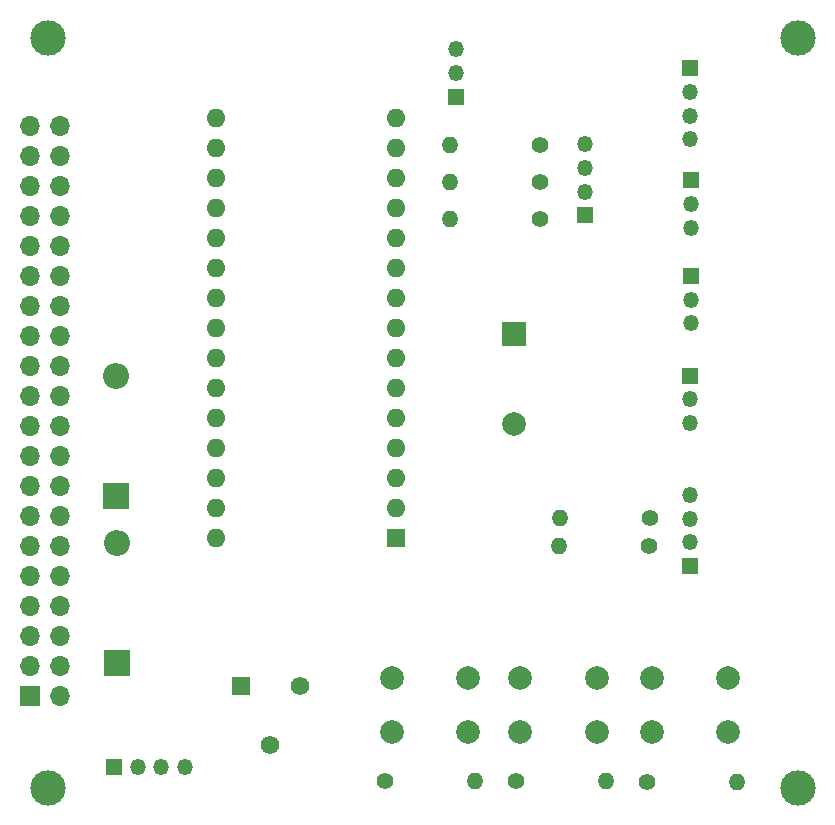
<source format=gbs>
G04 #@! TF.GenerationSoftware,KiCad,Pcbnew,7.0.1*
G04 #@! TF.CreationDate,2023-05-22T18:49:14+02:00*
G04 #@! TF.ProjectId,carte_v2,63617274-655f-4763-922e-6b696361645f,rev?*
G04 #@! TF.SameCoordinates,Original*
G04 #@! TF.FileFunction,Soldermask,Bot*
G04 #@! TF.FilePolarity,Negative*
%FSLAX46Y46*%
G04 Gerber Fmt 4.6, Leading zero omitted, Abs format (unit mm)*
G04 Created by KiCad (PCBNEW 7.0.1) date 2023-05-22 18:49:14*
%MOMM*%
%LPD*%
G01*
G04 APERTURE LIST*
%ADD10R,2.200000X2.200000*%
%ADD11O,2.200000X2.200000*%
%ADD12R,1.700000X1.700000*%
%ADD13O,1.700000X1.700000*%
%ADD14R,1.350000X1.350000*%
%ADD15O,1.350000X1.350000*%
%ADD16C,1.400000*%
%ADD17O,1.400000X1.400000*%
%ADD18R,2.000000X2.000000*%
%ADD19C,2.000000*%
%ADD20C,3.000000*%
%ADD21R,1.560000X1.560000*%
%ADD22C,1.560000*%
%ADD23R,1.600000X1.600000*%
%ADD24O,1.600000X1.600000*%
G04 APERTURE END LIST*
D10*
X127820000Y-91010000D03*
D11*
X127820000Y-80850000D03*
D12*
X120420000Y-93870000D03*
D13*
X122960000Y-93870000D03*
X120420000Y-91330000D03*
X122960000Y-91330000D03*
X120420000Y-88790000D03*
X122960000Y-88790000D03*
X120420000Y-86250000D03*
X122960000Y-86250000D03*
X120420000Y-83710000D03*
X122960000Y-83710000D03*
X120420000Y-81170000D03*
X122960000Y-81170000D03*
X120420000Y-78630000D03*
X122960000Y-78630000D03*
X120420000Y-76090000D03*
X122960000Y-76090000D03*
X120420000Y-73550000D03*
X122960000Y-73550000D03*
X120420000Y-71010000D03*
X122960000Y-71010000D03*
X120420000Y-68470000D03*
X122960000Y-68470000D03*
X120420000Y-65930000D03*
X122960000Y-65930000D03*
X120420000Y-63390000D03*
X122960000Y-63390000D03*
X120420000Y-60850000D03*
X122960000Y-60850000D03*
X120420000Y-58310000D03*
X122960000Y-58310000D03*
X120420000Y-55770000D03*
X122960000Y-55770000D03*
X120420000Y-53230000D03*
X122960000Y-53230000D03*
X120420000Y-50690000D03*
X122960000Y-50690000D03*
X120420000Y-48150000D03*
X122960000Y-48150000D03*
X120420000Y-45610000D03*
X122960000Y-45610000D03*
D14*
X176270000Y-82830000D03*
D15*
X176270000Y-80830000D03*
X176270000Y-78830000D03*
X176270000Y-76830000D03*
D16*
X172860000Y-81180000D03*
D17*
X165240000Y-81180000D03*
D16*
X172910000Y-78730000D03*
D17*
X165290000Y-78730000D03*
D14*
X176350000Y-50180000D03*
D15*
X176350000Y-52180000D03*
X176350000Y-54180000D03*
D14*
X156500000Y-43100000D03*
D15*
X156500000Y-41100000D03*
X156500000Y-39100000D03*
D16*
X163590000Y-53450000D03*
D17*
X155970000Y-53450000D03*
D16*
X150490000Y-101000000D03*
D17*
X158110000Y-101000000D03*
D16*
X163590000Y-47150000D03*
D17*
X155970000Y-47150000D03*
D14*
X127540000Y-99870000D03*
D15*
X129540000Y-99870000D03*
X131540000Y-99870000D03*
X133540000Y-99870000D03*
D14*
X176350000Y-58300000D03*
D15*
X176350000Y-60300000D03*
X176350000Y-62300000D03*
D18*
X161400000Y-63200000D03*
D19*
X161400000Y-70800000D03*
D16*
X172690000Y-101100000D03*
D17*
X180310000Y-101100000D03*
D20*
X121920000Y-38100000D03*
X121920000Y-101600000D03*
D14*
X176330000Y-66720000D03*
D15*
X176330000Y-68720000D03*
X176330000Y-70720000D03*
D10*
X127740000Y-76920000D03*
D11*
X127740000Y-66760000D03*
D21*
X138270000Y-92980000D03*
D22*
X140770000Y-97980000D03*
X143270000Y-92980000D03*
D19*
X173050000Y-92350000D03*
X179550000Y-92350000D03*
X173050000Y-96850000D03*
X179550000Y-96850000D03*
D16*
X161590000Y-101000000D03*
D17*
X169210000Y-101000000D03*
D14*
X167430000Y-53140000D03*
D15*
X167430000Y-51140000D03*
X167430000Y-49140000D03*
X167430000Y-47140000D03*
D19*
X161950000Y-92350000D03*
X168450000Y-92350000D03*
X161950000Y-96850000D03*
X168450000Y-96850000D03*
D16*
X163590000Y-50300000D03*
D17*
X155970000Y-50300000D03*
D20*
X185420000Y-38100000D03*
X185420000Y-101600000D03*
D14*
X176340000Y-40700000D03*
D15*
X176340000Y-42700000D03*
X176340000Y-44700000D03*
X176340000Y-46700000D03*
D23*
X151400000Y-80500000D03*
D24*
X151400000Y-77960000D03*
X151400000Y-75420000D03*
X151400000Y-72880000D03*
X151400000Y-70340000D03*
X151400000Y-67800000D03*
X151400000Y-65260000D03*
X151400000Y-62720000D03*
X151400000Y-60180000D03*
X151400000Y-57640000D03*
X151400000Y-55100000D03*
X151400000Y-52560000D03*
X151400000Y-50020000D03*
X151400000Y-47480000D03*
X151400000Y-44940000D03*
X136160000Y-44940000D03*
X136160000Y-47480000D03*
X136160000Y-50020000D03*
X136160000Y-52560000D03*
X136160000Y-55100000D03*
X136160000Y-57640000D03*
X136160000Y-60180000D03*
X136160000Y-62720000D03*
X136160000Y-65260000D03*
X136160000Y-67800000D03*
X136160000Y-70340000D03*
X136160000Y-72880000D03*
X136160000Y-75420000D03*
X136160000Y-77960000D03*
X136160000Y-80500000D03*
D19*
X151050000Y-92350000D03*
X157550000Y-92350000D03*
X151050000Y-96850000D03*
X157550000Y-96850000D03*
M02*

</source>
